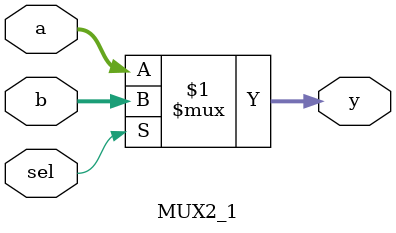
<source format=v>
module MUX2_1 (
    input [15:0] a,
    input [15:0] b,
    input sel,
    output [15:0] y
);

    assign y = (sel) ? b : a;

endmodule

</source>
